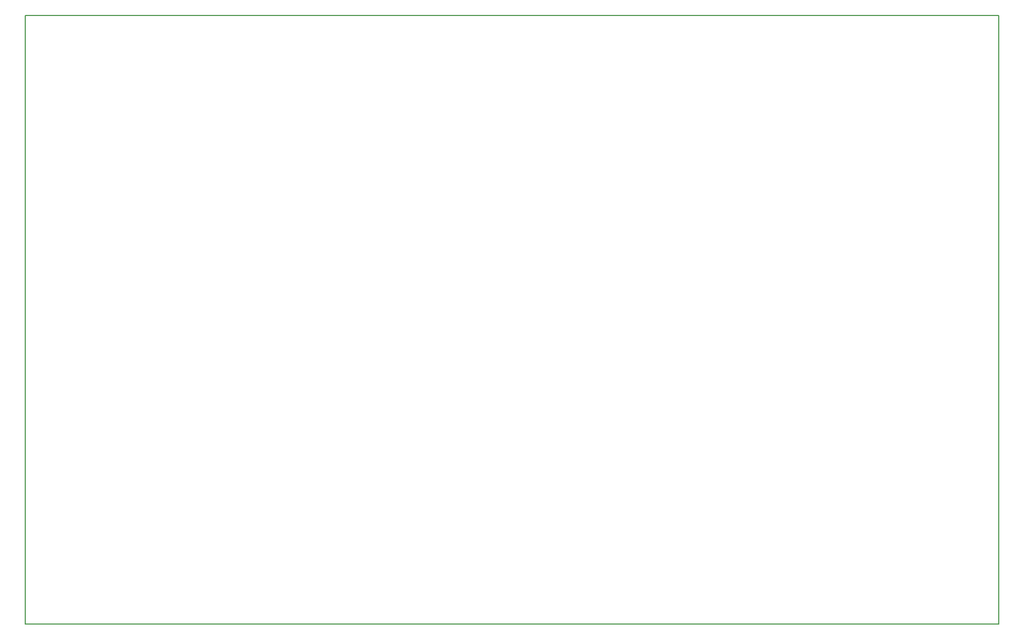
<source format=gbr>
G04 PROTEUS GERBER X2 FILE*
%TF.GenerationSoftware,Labcenter,Proteus,8.13-SP0-Build31525*%
%TF.CreationDate,2023-09-28T22:20:41+00:00*%
%TF.FileFunction,NonPlated,1,4,NPTH*%
%TF.FilePolarity,Positive*%
%TF.Part,Single*%
%TF.SameCoordinates,{6b1b6182-4d37-414e-9227-abf112f8db44}*%
%FSLAX45Y45*%
%MOMM*%
G01*
%TA.AperFunction,Profile*%
%ADD20C,0.203200*%
%TD.AperFunction*%
D20*
X-8000000Y-5000000D02*
X+8000000Y-5000000D01*
X+8000000Y+5000000D01*
X-8000000Y+5000000D01*
X-8000000Y-5000000D01*
M02*

</source>
